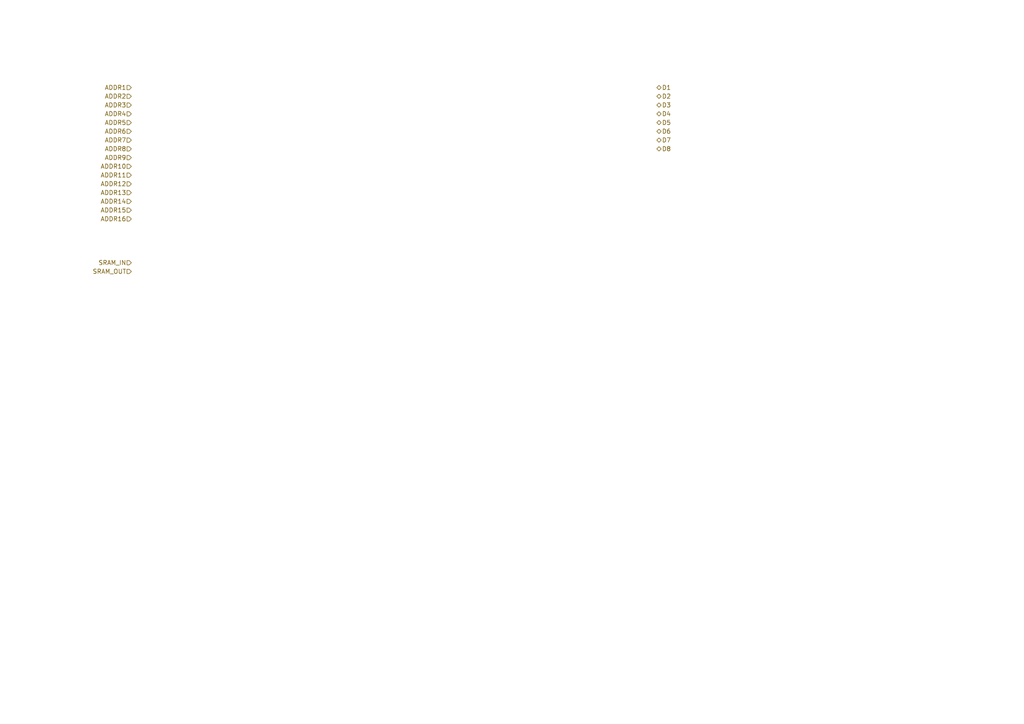
<source format=kicad_sch>
(kicad_sch (version 20230121) (generator eeschema)
  (paper "A4")
  (lib_symbols)
  (hierarchical_label "ADDR14" (shape input) (at 38.1 58.42 180))
  (hierarchical_label "D5" (shape bidirectional) (at 190.5 35.56 0))
  (hierarchical_label "ADDR10" (shape input) (at 38.1 48.26 180))
  (hierarchical_label "SRAM_OUT" (shape input) (at 38.1 78.74 180))
  (hierarchical_label "ADDR6" (shape input) (at 38.1 38.1 180))
  (hierarchical_label "ADDR3" (shape input) (at 38.1 30.48 180))
  (hierarchical_label "ADDR5" (shape input) (at 38.1 35.56 180))
  (hierarchical_label "D8" (shape bidirectional) (at 190.5 43.18 0))
  (hierarchical_label "D7" (shape bidirectional) (at 190.5 40.64 0))
  (hierarchical_label "ADDR1" (shape input) (at 38.1 25.4 180))
  (hierarchical_label "SRAM_IN" (shape input) (at 38.1 76.2 180))
  (hierarchical_label "ADDR2" (shape input) (at 38.1 27.94 180))
  (hierarchical_label "D1" (shape bidirectional) (at 190.5 25.4 0))
  (hierarchical_label "ADDR9" (shape input) (at 38.1 45.72 180))
  (hierarchical_label "D4" (shape bidirectional) (at 190.5 33.02 0))
  (hierarchical_label "ADDR7" (shape input) (at 38.1 40.64 180))
  (hierarchical_label "D3" (shape bidirectional) (at 190.5 30.48 0))
  (hierarchical_label "ADDR15" (shape input) (at 38.1 60.96 180))
  (hierarchical_label "ADDR4" (shape input) (at 38.1 33.02 180))
  (hierarchical_label "ADDR12" (shape input) (at 38.1 53.34 180))
  (hierarchical_label "D6" (shape bidirectional) (at 190.5 38.1 0))
  (hierarchical_label "ADDR8" (shape input) (at 38.1 43.18 180))
  (hierarchical_label "ADDR16" (shape input) (at 38.1 63.5 180))
  (hierarchical_label "ADDR13" (shape input) (at 38.1 55.88 180))
  (hierarchical_label "ADDR11" (shape input) (at 38.1 50.8 180))
  (hierarchical_label "D2" (shape bidirectional) (at 190.5 27.94 0))
)
</source>
